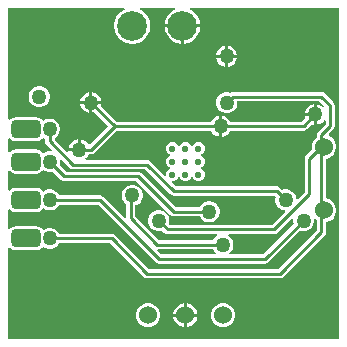
<source format=gbl>
G04*
G04 #@! TF.GenerationSoftware,Altium Limited,CircuitMaker,2.0.3 (2.0.3.51)*
G04*
G04 Layer_Physical_Order=2*
G04 Layer_Color=11436288*
%FSLAX44Y44*%
%MOMM*%
G71*
G04*
G04 #@! TF.SameCoordinates,91AE8199-6935-4096-B88E-BAE3D630F751*
G04*
G04*
G04 #@! TF.FilePolarity,Positive*
G04*
G01*
G75*
%ADD13C,0.2540*%
%ADD51C,1.5240*%
%ADD52C,2.5240*%
G04:AMPARAMS|DCode=53|XSize=2.524mm|YSize=1.524mm|CornerRadius=0.381mm|HoleSize=0mm|Usage=FLASHONLY|Rotation=0.000|XOffset=0mm|YOffset=0mm|HoleType=Round|Shape=RoundedRectangle|*
%AMROUNDEDRECTD53*
21,1,2.5240,0.7620,0,0,0.0*
21,1,1.7620,1.5240,0,0,0.0*
1,1,0.7620,0.8810,-0.3810*
1,1,0.7620,-0.8810,-0.3810*
1,1,0.7620,-0.8810,0.3810*
1,1,0.7620,0.8810,0.3810*
%
%ADD53ROUNDEDRECTD53*%
%ADD54C,1.2700*%
%ADD55C,0.5500*%
G36*
X280000D02*
X0D01*
Y76738D01*
X1270Y77124D01*
X1612Y76612D01*
X3712Y75208D01*
X6190Y74716D01*
X23810D01*
X26288Y75208D01*
X28388Y76612D01*
X29218Y77854D01*
X29541Y77886D01*
X31569Y76716D01*
X33830Y76110D01*
X36170D01*
X38431Y76716D01*
X40459Y77886D01*
X42114Y79541D01*
X43022Y81115D01*
X85891D01*
X114753Y52253D01*
X116013Y51411D01*
X117500Y51115D01*
X230000D01*
X231487Y51411D01*
X232747Y52253D01*
X267747Y87253D01*
X268589Y88513D01*
X268885Y90000D01*
Y98603D01*
X271422Y99282D01*
X273738Y100620D01*
X275630Y102512D01*
X276968Y104828D01*
X277660Y107412D01*
Y110088D01*
X276968Y112672D01*
X275630Y114988D01*
X273738Y116880D01*
X271422Y118218D01*
X268885Y118897D01*
Y152353D01*
X271422Y153032D01*
X273738Y154370D01*
X275630Y156262D01*
X276968Y158578D01*
X277660Y161162D01*
Y163838D01*
X276968Y166422D01*
X275630Y168738D01*
X273738Y170630D01*
X271635Y171845D01*
X271177Y173183D01*
X275247Y177253D01*
X276089Y178513D01*
X276385Y180000D01*
Y197500D01*
X276089Y198987D01*
X275247Y200247D01*
X267747Y207747D01*
X266487Y208589D01*
X265000Y208885D01*
X190000D01*
X188513Y208589D01*
X188164Y208356D01*
X186170Y208890D01*
X183830D01*
X181569Y208284D01*
X179541Y207114D01*
X177886Y205459D01*
X176716Y203431D01*
X176110Y201170D01*
Y198830D01*
X176716Y196569D01*
X177886Y194541D01*
X179541Y192886D01*
X181569Y191716D01*
X183830Y191110D01*
X186170D01*
X188431Y191716D01*
X190459Y192886D01*
X192114Y194541D01*
X193284Y196569D01*
X193890Y198830D01*
Y201115D01*
X263391D01*
X267967Y196539D01*
X267938Y196430D01*
X266522Y196051D01*
X265459Y197114D01*
X263431Y198284D01*
X261270Y198863D01*
Y190000D01*
Y181137D01*
X263431Y181716D01*
X265459Y182886D01*
X267114Y184541D01*
X267345Y184942D01*
X268615Y184602D01*
Y181609D01*
X262253Y175247D01*
X261411Y173987D01*
X261115Y172500D01*
Y170484D01*
X259370Y168738D01*
X258032Y166422D01*
X257340Y163838D01*
Y161162D01*
X257515Y160509D01*
X252253Y155247D01*
X251411Y153987D01*
X251115Y152500D01*
Y124109D01*
X245063Y118057D01*
X243890Y118543D01*
Y118670D01*
X243284Y120931D01*
X242114Y122959D01*
X240459Y124614D01*
X238431Y125784D01*
X236170Y126390D01*
X233830D01*
X232074Y125920D01*
X230247Y127747D01*
X228987Y128589D01*
X227500Y128885D01*
X141609D01*
X138054Y132440D01*
X138580Y133710D01*
X140052D01*
X141996Y134515D01*
X143485Y136003D01*
X143813Y136796D01*
X145187D01*
X145516Y136003D01*
X147004Y134515D01*
X148948Y133710D01*
X151053D01*
X152997Y134515D01*
X154485Y136003D01*
X154813Y136795D01*
X156187D01*
X156515Y136003D01*
X158003Y134515D01*
X159948Y133710D01*
X162052D01*
X163997Y134515D01*
X165485Y136003D01*
X166290Y137948D01*
Y140052D01*
X165485Y141996D01*
X163997Y143485D01*
X163204Y143813D01*
Y145187D01*
X163997Y145516D01*
X165485Y147004D01*
X166290Y148948D01*
Y151053D01*
X165485Y152997D01*
X163997Y154485D01*
X163205Y154813D01*
Y156187D01*
X163997Y156515D01*
X165485Y158003D01*
X166290Y159948D01*
Y162052D01*
X165485Y163997D01*
X163997Y165485D01*
X162052Y166290D01*
X159948D01*
X158003Y165485D01*
X156515Y163997D01*
X156187Y163205D01*
X154813D01*
X154485Y163997D01*
X152997Y165485D01*
X151053Y166290D01*
X148948D01*
X147004Y165485D01*
X145516Y163997D01*
X145187Y163204D01*
X143813D01*
X143485Y163997D01*
X141996Y165485D01*
X140052Y166290D01*
X137948D01*
X136004Y165485D01*
X134515Y163997D01*
X133710Y162052D01*
Y159948D01*
X134515Y158003D01*
X136004Y156515D01*
X136795Y156187D01*
Y154813D01*
X136004Y154485D01*
X134515Y152997D01*
X133710Y151053D01*
Y148948D01*
X134515Y147004D01*
X136004Y145516D01*
X136796Y145187D01*
Y143813D01*
X136004Y143485D01*
X134515Y141996D01*
X133710Y140052D01*
Y138580D01*
X132440Y138054D01*
X120247Y150247D01*
X118987Y151089D01*
X117500Y151385D01*
X65398D01*
X65058Y152655D01*
X65459Y152886D01*
X67114Y154541D01*
X68022Y156115D01*
X70000D01*
X71487Y156411D01*
X72747Y157253D01*
X91609Y176115D01*
X171978D01*
X172886Y174541D01*
X174541Y172886D01*
X176569Y171716D01*
X178730Y171137D01*
Y180000D01*
Y188863D01*
X176569Y188284D01*
X174541Y187114D01*
X172886Y185459D01*
X171978Y183885D01*
X91609D01*
X78420Y197074D01*
X78863Y198730D01*
X71270D01*
Y191137D01*
X72926Y191580D01*
X84506Y180000D01*
X69087Y164581D01*
X67500Y164790D01*
X67114Y165459D01*
X65459Y167114D01*
X63431Y168284D01*
X61270Y168863D01*
Y160000D01*
X60000D01*
Y158730D01*
X51137D01*
X51165Y158625D01*
X50026Y157968D01*
X39581Y168413D01*
X39790Y170000D01*
X40459Y170386D01*
X42114Y172041D01*
X43284Y174069D01*
X43890Y176330D01*
Y178670D01*
X43284Y180931D01*
X42114Y182959D01*
X40459Y184614D01*
X38431Y185784D01*
X36170Y186390D01*
X33830D01*
X31569Y185784D01*
X29541Y184614D01*
X29218Y184646D01*
X28388Y185888D01*
X26288Y187292D01*
X23810Y187784D01*
X6190D01*
X3712Y187292D01*
X1612Y185888D01*
X1270Y185376D01*
X0Y185762D01*
Y280000D01*
X98279D01*
X98532Y278730D01*
X97819Y278435D01*
X95336Y276775D01*
X93224Y274664D01*
X91565Y272181D01*
X90423Y269422D01*
X89840Y266493D01*
Y263507D01*
X90423Y260578D01*
X91565Y257819D01*
X93224Y255336D01*
X95336Y253225D01*
X97819Y251565D01*
X100578Y250423D01*
X103507Y249840D01*
X106493D01*
X109422Y250423D01*
X112181Y251565D01*
X114664Y253225D01*
X116776Y255336D01*
X118435Y257819D01*
X119577Y260578D01*
X120160Y263507D01*
Y266493D01*
X119577Y269422D01*
X118435Y272181D01*
X116776Y274664D01*
X114664Y276775D01*
X112181Y278435D01*
X111468Y278730D01*
X111721Y280000D01*
X140779D01*
X141032Y278730D01*
X140319Y278435D01*
X137836Y276775D01*
X135724Y274664D01*
X134065Y272181D01*
X132923Y269422D01*
X132340Y266493D01*
Y266270D01*
X162660D01*
Y266493D01*
X162077Y269422D01*
X160935Y272181D01*
X159276Y274664D01*
X157164Y276775D01*
X154681Y278435D01*
X153968Y278730D01*
X154221Y280000D01*
X280000D01*
Y0D01*
D02*
G37*
G36*
X31115Y169478D02*
Y167500D01*
X31411Y166013D01*
X32253Y164753D01*
X37032Y159974D01*
X36375Y158835D01*
X36170Y158890D01*
X33830D01*
X31569Y158284D01*
X29541Y157114D01*
X29218Y157146D01*
X28388Y158388D01*
X26288Y159792D01*
X23810Y160284D01*
X6190D01*
X3712Y159792D01*
X1612Y158388D01*
X1270Y157876D01*
X0Y158262D01*
Y169238D01*
X1270Y169624D01*
X1612Y169112D01*
X3712Y167708D01*
X6190Y167216D01*
X23810D01*
X26288Y167708D01*
X28388Y169112D01*
X29218Y170354D01*
X29541Y170386D01*
X31115Y169478D01*
D02*
G37*
G36*
X124753Y64753D02*
X126013Y63911D01*
X127500Y63615D01*
X217500D01*
X218987Y63911D01*
X220247Y64753D01*
X247074Y91580D01*
X248830Y91110D01*
X251170D01*
X253431Y91716D01*
X255459Y92886D01*
X257114Y94541D01*
X258284Y96569D01*
X258890Y98830D01*
Y101170D01*
X258881Y101205D01*
X260019Y101862D01*
X261115Y100766D01*
Y91609D01*
X228391Y58885D01*
X119109D01*
X90247Y87747D01*
X88987Y88589D01*
X87500Y88885D01*
X43022D01*
X42114Y90459D01*
X40459Y92114D01*
X38431Y93284D01*
X36170Y93890D01*
X33830D01*
X31569Y93284D01*
X29541Y92114D01*
X29218Y92146D01*
X28388Y93388D01*
X26288Y94792D01*
X23810Y95284D01*
X6190D01*
X3712Y94792D01*
X1612Y93388D01*
X1270Y92876D01*
X0Y93262D01*
Y109238D01*
X1270Y109624D01*
X1612Y109112D01*
X3712Y107708D01*
X6190Y107216D01*
X23810D01*
X26288Y107708D01*
X28388Y109112D01*
X29218Y110354D01*
X29541Y110386D01*
X31569Y109216D01*
X33830Y108610D01*
X36170D01*
X38431Y109216D01*
X40459Y110386D01*
X42114Y112041D01*
X43022Y113615D01*
X75891D01*
X124753Y64753D01*
D02*
G37*
G36*
X52253Y144753D02*
X53513Y143911D01*
X55000Y143615D01*
X115891D01*
X137253Y122253D01*
X138513Y121411D01*
X140000Y121115D01*
X225630D01*
X226492Y120094D01*
X226110Y118670D01*
Y116330D01*
X226716Y114069D01*
X227886Y112041D01*
X229541Y110386D01*
X231569Y109216D01*
X233830Y108610D01*
X233957D01*
X234443Y107437D01*
X223391Y96385D01*
X136869D01*
X136009Y97406D01*
X136390Y98830D01*
Y101170D01*
X135784Y103431D01*
X134614Y105459D01*
X132959Y107114D01*
X130931Y108284D01*
X128670Y108890D01*
X126330D01*
X124069Y108284D01*
X122041Y107114D01*
X120386Y105459D01*
X119216Y103431D01*
X118610Y101170D01*
Y98830D01*
X119216Y96569D01*
X120386Y94541D01*
X122041Y92886D01*
X124069Y91716D01*
X126330Y91110D01*
X128670D01*
X130426Y91580D01*
X132253Y89753D01*
X133513Y88911D01*
X135000Y88615D01*
X176635D01*
X176975Y87345D01*
X176151Y86870D01*
X174496Y85215D01*
X173587Y83641D01*
X127593D01*
X107517Y103717D01*
Y112909D01*
X108333Y113128D01*
X110361Y114298D01*
X112016Y115953D01*
X113186Y117981D01*
X113792Y120242D01*
Y122582D01*
X113186Y124843D01*
X112016Y126871D01*
X110361Y128526D01*
X108333Y129696D01*
X106072Y130302D01*
X103732D01*
X101471Y129696D01*
X99443Y128526D01*
X97788Y126871D01*
X96618Y124843D01*
X96012Y122582D01*
Y120242D01*
X96618Y117981D01*
X97788Y115953D01*
X99443Y114298D01*
X99747Y114123D01*
Y102542D01*
X98597Y101978D01*
X98524Y101970D01*
X80247Y120247D01*
X78987Y121089D01*
X77500Y121385D01*
X43022D01*
X42114Y122959D01*
X40459Y124614D01*
X38431Y125784D01*
X36170Y126390D01*
X33830D01*
X31569Y125784D01*
X29541Y124614D01*
X29218Y124646D01*
X28388Y125888D01*
X26288Y127292D01*
X23810Y127784D01*
X6190D01*
X3712Y127292D01*
X1612Y125888D01*
X1270Y125376D01*
X0Y125762D01*
Y141738D01*
X1270Y142124D01*
X1612Y141612D01*
X3712Y140208D01*
X6190Y139716D01*
X23810D01*
X26288Y140208D01*
X28388Y141612D01*
X29218Y142854D01*
X29541Y142886D01*
X31569Y141716D01*
X33830Y141110D01*
X36170D01*
X37926Y141580D01*
X44753Y134753D01*
X46013Y133911D01*
X47500Y133615D01*
X108391D01*
X137253Y104753D01*
X138513Y103911D01*
X140000Y103615D01*
X161978D01*
X162886Y102041D01*
X164541Y100386D01*
X166569Y99216D01*
X168830Y98610D01*
X171170D01*
X173431Y99216D01*
X175459Y100386D01*
X177114Y102041D01*
X178284Y104069D01*
X178890Y106330D01*
Y108670D01*
X178284Y110931D01*
X177114Y112959D01*
X175459Y114614D01*
X173431Y115784D01*
X171170Y116390D01*
X168830D01*
X166569Y115784D01*
X164541Y114614D01*
X162886Y112959D01*
X161978Y111385D01*
X141609D01*
X112747Y140247D01*
X111487Y141089D01*
X110000Y141385D01*
X49109D01*
X43420Y147074D01*
X43890Y148830D01*
Y151170D01*
X43835Y151375D01*
X44974Y152032D01*
X52253Y144753D01*
D02*
G37*
G36*
X241165Y101375D02*
X241110Y101170D01*
Y98830D01*
X241580Y97074D01*
X215891Y71385D01*
X187430D01*
X187082Y72596D01*
X187081Y72655D01*
X188724Y74297D01*
X189894Y76325D01*
X190500Y78586D01*
Y80926D01*
X189894Y83187D01*
X188724Y85215D01*
X187069Y86870D01*
X186245Y87345D01*
X186585Y88615D01*
X225000D01*
X226487Y88911D01*
X227747Y89753D01*
X240026Y102032D01*
X241165Y101375D01*
D02*
G37*
G36*
X174496Y74297D02*
X176139Y72655D01*
X176138Y72596D01*
X175790Y71385D01*
X129109D01*
X125846Y74648D01*
X125854Y74721D01*
X126418Y75871D01*
X173587D01*
X174496Y74297D01*
D02*
G37*
%LPC*%
G36*
X162660Y263730D02*
X148770D01*
Y249840D01*
X148993D01*
X151922Y250423D01*
X154681Y251565D01*
X157164Y253225D01*
X159276Y255336D01*
X160935Y257819D01*
X162077Y260578D01*
X162660Y263507D01*
Y263730D01*
D02*
G37*
G36*
X146230D02*
X132340D01*
Y263507D01*
X132923Y260578D01*
X134065Y257819D01*
X135724Y255336D01*
X137836Y253225D01*
X140319Y251565D01*
X143078Y250423D01*
X146007Y249840D01*
X146230D01*
Y263730D01*
D02*
G37*
G36*
X186182Y248131D02*
Y240538D01*
X193775D01*
X193196Y242699D01*
X192026Y244727D01*
X190371Y246382D01*
X188343Y247552D01*
X186182Y248131D01*
D02*
G37*
G36*
X183642D02*
X181481Y247552D01*
X179453Y246382D01*
X177798Y244727D01*
X176628Y242699D01*
X176049Y240538D01*
X183642D01*
Y248131D01*
D02*
G37*
G36*
X193775Y237998D02*
X186182D01*
Y230405D01*
X188343Y230984D01*
X190371Y232154D01*
X192026Y233809D01*
X193196Y235837D01*
X193775Y237998D01*
D02*
G37*
G36*
X183642D02*
X176049D01*
X176628Y235837D01*
X177798Y233809D01*
X179453Y232154D01*
X181481Y230984D01*
X183642Y230405D01*
Y237998D01*
D02*
G37*
G36*
X71270Y208863D02*
Y201270D01*
X78863D01*
X78284Y203431D01*
X77114Y205459D01*
X75459Y207114D01*
X73431Y208284D01*
X71270Y208863D01*
D02*
G37*
G36*
X68730D02*
X66569Y208284D01*
X64541Y207114D01*
X62886Y205459D01*
X61716Y203431D01*
X61137Y201270D01*
X68730D01*
Y208863D01*
D02*
G37*
G36*
X27332Y213868D02*
X24992D01*
X22731Y213262D01*
X20703Y212092D01*
X19048Y210437D01*
X17878Y208409D01*
X17272Y206148D01*
Y203808D01*
X17878Y201547D01*
X19048Y199519D01*
X20703Y197864D01*
X22731Y196694D01*
X24992Y196088D01*
X27332D01*
X29593Y196694D01*
X31621Y197864D01*
X33276Y199519D01*
X34446Y201547D01*
X35052Y203808D01*
Y206148D01*
X34446Y208409D01*
X33276Y210437D01*
X31621Y212092D01*
X29593Y213262D01*
X27332Y213868D01*
D02*
G37*
G36*
X258730Y198863D02*
X256569Y198284D01*
X254541Y197114D01*
X252886Y195459D01*
X251716Y193431D01*
X251137Y191270D01*
X258730D01*
Y198863D01*
D02*
G37*
G36*
X68730Y198730D02*
X61137D01*
X61716Y196569D01*
X62886Y194541D01*
X64541Y192886D01*
X66569Y191716D01*
X68730Y191137D01*
Y198730D01*
D02*
G37*
G36*
X181270Y188863D02*
Y180000D01*
Y171137D01*
X183431Y171716D01*
X185459Y172886D01*
X187114Y174541D01*
X188022Y176115D01*
X250000D01*
X251487Y176411D01*
X252747Y177253D01*
X257074Y181580D01*
X258730Y181137D01*
Y188730D01*
X251137D01*
X251580Y187074D01*
X248391Y183885D01*
X188022D01*
X187114Y185459D01*
X185459Y187114D01*
X183431Y188284D01*
X181270Y188863D01*
D02*
G37*
G36*
X58730Y168863D02*
X56569Y168284D01*
X54541Y167114D01*
X52886Y165459D01*
X51716Y163431D01*
X51137Y161270D01*
X58730D01*
Y168863D01*
D02*
G37*
G36*
X151338Y30160D02*
X151270D01*
Y21270D01*
X160160D01*
Y21338D01*
X159468Y23922D01*
X158130Y26238D01*
X156238Y28130D01*
X153922Y29468D01*
X151338Y30160D01*
D02*
G37*
G36*
X148730D02*
X148662D01*
X146078Y29468D01*
X143762Y28130D01*
X141870Y26238D01*
X140532Y23922D01*
X139840Y21338D01*
Y21270D01*
X148730D01*
Y30160D01*
D02*
G37*
G36*
X183088D02*
X180412D01*
X177828Y29468D01*
X175512Y28130D01*
X173620Y26238D01*
X172282Y23922D01*
X171590Y21338D01*
Y18662D01*
X172282Y16078D01*
X173620Y13762D01*
X175512Y11870D01*
X177828Y10532D01*
X180412Y9840D01*
X183088D01*
X185672Y10532D01*
X187988Y11870D01*
X189880Y13762D01*
X191218Y16078D01*
X191910Y18662D01*
Y21338D01*
X191218Y23922D01*
X189880Y26238D01*
X187988Y28130D01*
X185672Y29468D01*
X183088Y30160D01*
D02*
G37*
G36*
X160160Y18730D02*
X151270D01*
Y9840D01*
X151338D01*
X153922Y10532D01*
X156238Y11870D01*
X158130Y13762D01*
X159468Y16078D01*
X160160Y18662D01*
Y18730D01*
D02*
G37*
G36*
X148730D02*
X139840D01*
Y18662D01*
X140532Y16078D01*
X141870Y13762D01*
X143762Y11870D01*
X146078Y10532D01*
X148662Y9840D01*
X148730D01*
Y18730D01*
D02*
G37*
G36*
X119588Y30160D02*
X116912D01*
X114328Y29468D01*
X112012Y28130D01*
X110120Y26238D01*
X108782Y23922D01*
X108090Y21338D01*
Y18662D01*
X108782Y16078D01*
X110120Y13762D01*
X112012Y11870D01*
X114328Y10532D01*
X116912Y9840D01*
X119588D01*
X122172Y10532D01*
X124488Y11870D01*
X126380Y13762D01*
X127718Y16078D01*
X128410Y18662D01*
Y21338D01*
X127718Y23922D01*
X126380Y26238D01*
X124488Y28130D01*
X122172Y29468D01*
X119588Y30160D01*
D02*
G37*
%LPD*%
D13*
X127500Y67500D02*
X217500D01*
X250000Y100000D01*
X225000Y92500D02*
X255000Y122500D01*
X180000Y180000D02*
X250000D01*
X90000D02*
X180000D01*
X265000Y90000D02*
Y172500D01*
Y162500D02*
X267500D01*
X255000Y152500D02*
X265000Y162500D01*
X255000Y122500D02*
Y152500D01*
X135000Y92500D02*
X225000D01*
X127500Y100000D02*
X135000Y92500D01*
X185000Y200000D02*
X190000Y205000D01*
X265000D01*
X272500Y197500D01*
Y180000D02*
Y197500D01*
X265000Y172500D02*
X272500Y180000D01*
X230000Y55000D02*
X265000Y90000D01*
X117500Y55000D02*
X230000D01*
X87500Y85000D02*
X117500Y55000D01*
X35000Y85000D02*
X87500D01*
X250000Y180000D02*
X260000Y190000D01*
X35000Y117500D02*
X77500D01*
X127500Y67500D01*
X117500Y147500D02*
X140000Y125000D01*
X35000Y167500D02*
Y177500D01*
Y167500D02*
X55000Y147500D01*
X117500D01*
X235000Y117500D02*
X236270Y116230D01*
X227500Y125000D02*
X235000Y117500D01*
X140000Y125000D02*
X227500D01*
X47500Y137500D02*
X110000D01*
X140000Y107500D01*
X35000Y150000D02*
X47500Y137500D01*
X140000Y107500D02*
X170000D01*
X70000Y160000D02*
X90000Y180000D01*
X60000Y160000D02*
X70000D01*
X70000Y200000D02*
X90000Y180000D01*
X103632Y120142D02*
X104902Y121412D01*
X103632Y102108D02*
Y120142D01*
X125984Y79756D02*
X181610D01*
X103632Y102108D02*
X125984Y79756D01*
D51*
X267500Y108750D02*
D03*
Y162500D02*
D03*
X150000Y20000D02*
D03*
X118250D02*
D03*
X181750D02*
D03*
D52*
X147500Y265000D02*
D03*
X105000D02*
D03*
D53*
X15000Y85000D02*
D03*
Y117500D02*
D03*
Y150000D02*
D03*
Y177500D02*
D03*
D54*
X250000Y100000D02*
D03*
X180000Y180000D02*
D03*
X127500Y100000D02*
D03*
X260000Y190000D02*
D03*
X185000Y200000D02*
D03*
X170000Y107500D02*
D03*
X235000Y117500D02*
D03*
X35000Y85000D02*
D03*
Y117500D02*
D03*
Y150000D02*
D03*
Y177500D02*
D03*
X184912Y239268D02*
D03*
X60000Y160000D02*
D03*
X70000Y200000D02*
D03*
X104902Y121412D02*
D03*
X181610Y79756D02*
D03*
X26162Y204978D02*
D03*
D55*
X161000Y161000D02*
D03*
Y150000D02*
D03*
Y139000D02*
D03*
X150000Y161000D02*
D03*
Y150000D02*
D03*
Y139000D02*
D03*
X139000Y161000D02*
D03*
Y150000D02*
D03*
Y139000D02*
D03*
M02*

</source>
